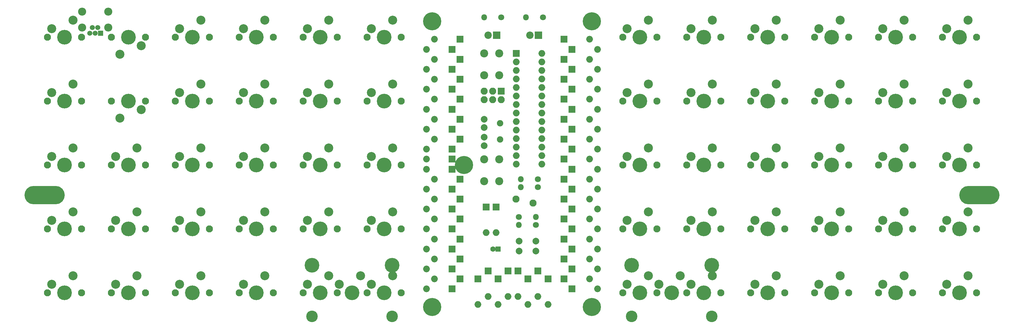
<source format=gbr>
G04 #@! TF.GenerationSoftware,KiCad,Pcbnew,(5.1.4-0-10_14)*
G04 #@! TF.CreationDate,2020-10-23T19:22:43+02:00*
G04 #@! TF.ProjectId,lumberjack,6c756d62-6572-46a6-9163-6b2e6b696361,rev?*
G04 #@! TF.SameCoordinates,Original*
G04 #@! TF.FileFunction,Soldermask,Top*
G04 #@! TF.FilePolarity,Negative*
%FSLAX46Y46*%
G04 Gerber Fmt 4.6, Leading zero omitted, Abs format (unit mm)*
G04 Created by KiCad (PCBNEW (5.1.4-0-10_14)) date 2020-10-23 19:22:43*
%MOMM*%
%LPD*%
G04 APERTURE LIST*
%ADD10C,5.400000*%
%ADD11C,2.101800*%
%ADD12C,4.387800*%
%ADD13C,2.686000*%
%ADD14R,2.000000X2.000000*%
%ADD15O,2.000000X2.000000*%
%ADD16O,12.000000X5.400000*%
%ADD17R,1.600000X1.600000*%
%ADD18C,1.600000*%
%ADD19C,2.000000*%
%ADD20C,2.110000*%
%ADD21R,1.500000X1.500000*%
%ADD22C,1.500000*%
%ADD23O,2.400000X2.400000*%
%ADD24R,2.100000X2.100000*%
%ADD25O,2.100000X2.100000*%
%ADD26R,2.200000X2.200000*%
%ADD27C,2.200000*%
%ADD28O,1.800000X1.800000*%
%ADD29C,1.800000*%
%ADD30C,2.400000*%
%ADD31C,1.900000*%
%ADD32C,3.448000*%
G04 APERTURE END LIST*
D10*
X138112616Y-102393836D03*
D11*
X290830240Y-83343820D03*
X280670240Y-83343820D03*
D12*
X285750240Y-83343820D03*
D13*
X281940240Y-80803820D03*
X288290240Y-78263820D03*
D14*
X167878266Y-118467287D03*
D15*
X175498266Y-118467287D03*
D14*
X170259518Y-67865682D03*
D15*
X177879518Y-67865682D03*
X126920738Y-73818812D03*
D14*
X134540738Y-73818812D03*
D11*
X233680192Y-121443852D03*
X223520192Y-121443852D03*
D12*
X228600192Y-121443852D03*
D13*
X224790192Y-118903852D03*
X231140192Y-116363852D03*
D11*
X252730208Y-83343820D03*
X242570208Y-83343820D03*
D12*
X247650208Y-83343820D03*
D13*
X243840208Y-80803820D03*
X250190208Y-78263820D03*
D11*
X252730208Y-64293804D03*
X242570208Y-64293804D03*
D12*
X247650208Y-64293804D03*
D13*
X243840208Y-61753804D03*
X250190208Y-59213804D03*
D11*
X271780224Y-83343820D03*
X261620224Y-83343820D03*
D12*
X266700224Y-83343820D03*
D13*
X262890224Y-80803820D03*
X269240224Y-78263820D03*
D11*
X252730208Y-102393836D03*
X242570208Y-102393836D03*
D12*
X247650208Y-102393836D03*
D13*
X243840208Y-99853836D03*
X250190208Y-97313836D03*
D11*
X119380096Y-102393836D03*
X109220096Y-102393836D03*
D12*
X114300096Y-102393836D03*
D13*
X110490096Y-99853836D03*
X116840096Y-97313836D03*
D11*
X290830240Y-102393836D03*
X280670240Y-102393836D03*
D12*
X285750240Y-102393836D03*
D13*
X281940240Y-99853836D03*
X288290240Y-97313836D03*
D11*
X271780224Y-102393836D03*
X261620224Y-102393836D03*
D12*
X266700224Y-102393836D03*
D13*
X262890224Y-99853836D03*
X269240224Y-97313836D03*
D11*
X290830240Y-121443852D03*
X280670240Y-121443852D03*
D12*
X285750240Y-121443852D03*
D13*
X281940240Y-118903852D03*
X288290240Y-116363852D03*
D11*
X271780224Y-121443852D03*
X261620224Y-121443852D03*
D12*
X266700224Y-121443852D03*
D13*
X262890224Y-118903852D03*
X269240224Y-116363852D03*
D11*
X233680192Y-102393836D03*
X223520192Y-102393836D03*
D12*
X228600192Y-102393836D03*
D13*
X224790192Y-99853836D03*
X231140192Y-97313836D03*
D11*
X214630176Y-102393836D03*
X204470176Y-102393836D03*
D12*
X209550176Y-102393836D03*
D13*
X205740176Y-99853836D03*
X212090176Y-97313836D03*
D11*
X290830240Y-140493868D03*
X280670240Y-140493868D03*
D12*
X285750240Y-140493868D03*
D13*
X281940240Y-137953868D03*
X288290240Y-135413868D03*
D11*
X252730208Y-121443852D03*
X242570208Y-121443852D03*
D12*
X247650208Y-121443852D03*
D13*
X243840208Y-118903852D03*
X250190208Y-116363852D03*
D11*
X214630176Y-121443852D03*
X204470176Y-121443852D03*
D12*
X209550176Y-121443852D03*
D13*
X205740176Y-118903852D03*
X212090176Y-116363852D03*
D11*
X271780224Y-140493868D03*
X261620224Y-140493868D03*
D12*
X266700224Y-140493868D03*
D13*
X262890224Y-137953868D03*
X269240224Y-135413868D03*
D11*
X252730208Y-140493868D03*
X242570208Y-140493868D03*
D12*
X247650208Y-140493868D03*
D13*
X243840208Y-137953868D03*
X250190208Y-135413868D03*
D11*
X233680192Y-140493868D03*
X223520192Y-140493868D03*
D12*
X228600192Y-140493868D03*
D13*
X224790192Y-137953868D03*
X231140192Y-135413868D03*
X212090176Y-135413868D03*
X205740176Y-137953868D03*
D12*
X209550176Y-140493868D03*
D11*
X204470176Y-140493868D03*
X214630176Y-140493868D03*
X119380096Y-64293804D03*
X109220096Y-64293804D03*
D12*
X114300096Y-64293804D03*
D13*
X110490096Y-61753804D03*
X116840096Y-59213804D03*
D11*
X119380096Y-83343820D03*
X109220096Y-83343820D03*
D12*
X114300096Y-83343820D03*
D13*
X110490096Y-80803820D03*
X116840096Y-78263820D03*
D11*
X81280064Y-83343820D03*
X71120064Y-83343820D03*
D12*
X76200064Y-83343820D03*
D13*
X72390064Y-80803820D03*
X78740064Y-78263820D03*
D11*
X100330080Y-140493868D03*
X90170080Y-140493868D03*
D12*
X95250080Y-140493868D03*
D13*
X91440080Y-137953868D03*
X97790080Y-135413868D03*
D11*
X62230048Y-140493868D03*
X52070048Y-140493868D03*
D12*
X57150048Y-140493868D03*
D13*
X53340048Y-137953868D03*
X59690048Y-135413868D03*
D11*
X24130016Y-83343820D03*
X13970016Y-83343820D03*
D12*
X19050016Y-83343820D03*
D13*
X15240016Y-80803820D03*
X21590016Y-78263820D03*
D16*
X13096886Y-111323531D03*
X291703370Y-111323531D03*
D10*
X128587608Y-59531300D03*
X176212648Y-59531300D03*
X128587608Y-144661059D03*
X176212648Y-144661059D03*
D11*
X24129968Y-64293750D03*
X13969968Y-64293750D03*
D12*
X19049968Y-64293750D03*
D13*
X15239968Y-61753750D03*
X21589968Y-59213750D03*
D11*
X33020032Y-64293804D03*
X43180032Y-64293804D03*
D12*
X38100032Y-64293804D03*
D13*
X41910032Y-66833804D03*
X35560032Y-69373804D03*
D11*
X62230048Y-64293804D03*
X52070048Y-64293804D03*
D12*
X57150048Y-64293804D03*
D13*
X53340048Y-61753804D03*
X59690048Y-59213804D03*
D11*
X81280064Y-64293804D03*
X71120064Y-64293804D03*
D12*
X76200064Y-64293804D03*
D13*
X72390064Y-61753804D03*
X78740064Y-59213804D03*
D11*
X100330080Y-64293804D03*
X90170080Y-64293804D03*
D12*
X95250080Y-64293804D03*
D13*
X91440080Y-61753804D03*
X97790080Y-59213804D03*
D11*
X290830240Y-64293804D03*
X280670240Y-64293804D03*
D12*
X285750240Y-64293804D03*
D13*
X281940240Y-61753804D03*
X288290240Y-59213804D03*
D11*
X271780224Y-64293804D03*
X261620224Y-64293804D03*
D12*
X266700224Y-64293804D03*
D13*
X262890224Y-61753804D03*
X269240224Y-59213804D03*
D11*
X233680192Y-64293804D03*
X223520192Y-64293804D03*
D12*
X228600192Y-64293804D03*
D13*
X224790192Y-61753804D03*
X231140192Y-59213804D03*
D11*
X33020032Y-83343820D03*
X43180032Y-83343820D03*
D12*
X38100032Y-83343820D03*
D13*
X41910032Y-85883820D03*
X35560032Y-88423820D03*
D11*
X62230048Y-83343820D03*
X52070048Y-83343820D03*
D12*
X57150048Y-83343820D03*
D13*
X53340048Y-80803820D03*
X59690048Y-78263820D03*
D11*
X233680192Y-83343820D03*
X223520192Y-83343820D03*
D12*
X228600192Y-83343820D03*
D13*
X224790192Y-80803820D03*
X231140192Y-78263820D03*
D11*
X24130016Y-102393836D03*
X13970016Y-102393836D03*
D12*
X19050016Y-102393836D03*
D13*
X15240016Y-99853836D03*
X21590016Y-97313836D03*
D11*
X43180032Y-102393836D03*
X33020032Y-102393836D03*
D12*
X38100032Y-102393836D03*
D13*
X34290032Y-99853836D03*
X40640032Y-97313836D03*
D11*
X62230048Y-102393836D03*
X52070048Y-102393836D03*
D12*
X57150048Y-102393836D03*
D13*
X53340048Y-99853836D03*
X59690048Y-97313836D03*
D11*
X100330080Y-83343820D03*
X90170080Y-83343820D03*
D12*
X95250080Y-83343820D03*
D13*
X91440080Y-80803820D03*
X97790080Y-78263820D03*
D11*
X214630176Y-83343820D03*
X204470176Y-83343820D03*
D12*
X209550176Y-83343820D03*
D13*
X205740176Y-80803820D03*
X212090176Y-78263820D03*
D11*
X24130016Y-121443852D03*
X13970016Y-121443852D03*
D12*
X19050016Y-121443852D03*
D13*
X15240016Y-118903852D03*
X21590016Y-116363852D03*
D11*
X43180032Y-121443852D03*
X33020032Y-121443852D03*
D12*
X38100032Y-121443852D03*
D13*
X34290032Y-118903852D03*
X40640032Y-116363852D03*
D11*
X81280064Y-102393836D03*
X71120064Y-102393836D03*
D12*
X76200064Y-102393836D03*
D13*
X72390064Y-99853836D03*
X78740064Y-97313836D03*
D11*
X100330080Y-102393836D03*
X90170080Y-102393836D03*
D12*
X95250080Y-102393836D03*
D13*
X91440080Y-99853836D03*
X97790080Y-97313836D03*
D11*
X24130016Y-140493868D03*
X13970016Y-140493868D03*
D12*
X19050016Y-140493868D03*
D13*
X15240016Y-137953868D03*
X21590016Y-135413868D03*
D11*
X62230048Y-121443852D03*
X52070048Y-121443852D03*
D12*
X57150048Y-121443852D03*
D13*
X53340048Y-118903852D03*
X59690048Y-116363852D03*
D11*
X81280064Y-121443852D03*
X71120064Y-121443852D03*
D12*
X76200064Y-121443852D03*
D13*
X72390064Y-118903852D03*
X78740064Y-116363852D03*
D11*
X100330080Y-121443852D03*
X90170080Y-121443852D03*
D12*
X95250080Y-121443852D03*
D13*
X91440080Y-118903852D03*
X97790080Y-116363852D03*
D11*
X43180032Y-140493868D03*
X33020032Y-140493868D03*
D12*
X38100032Y-140493868D03*
D13*
X34290032Y-137953868D03*
X40640032Y-135413868D03*
D11*
X81280064Y-140493868D03*
X71120064Y-140493868D03*
D12*
X76200064Y-140493868D03*
D13*
X72390064Y-137953868D03*
X78740064Y-135413868D03*
D17*
X148232937Y-127396982D03*
D18*
X146732937Y-127396982D03*
D19*
X154543884Y-125015730D03*
X159543884Y-125015730D03*
X159543884Y-127992295D03*
X154543884Y-127992295D03*
X144065746Y-96559454D03*
X144065746Y-94059454D03*
X144065746Y-88701637D03*
X144065746Y-91201637D03*
D20*
X153590754Y-112514157D03*
X158690754Y-113714157D03*
D21*
X29765650Y-63103178D03*
D22*
X28965650Y-61353178D03*
X28165650Y-63103178D03*
X27365650Y-61353178D03*
X26565650Y-63103178D03*
D23*
X32065650Y-61353178D03*
X32065650Y-56653178D03*
X24265650Y-56653178D03*
X24265650Y-61353178D03*
D24*
X149145746Y-80367255D03*
D25*
X149145746Y-82907255D03*
X146605746Y-80367255D03*
X146605746Y-82907255D03*
X144065746Y-80367255D03*
X144065746Y-82907255D03*
D26*
X160297945Y-63698491D03*
D27*
X157757945Y-63698491D03*
D28*
X159543884Y-117871974D03*
D29*
X154463884Y-117871974D03*
X160139197Y-108942279D03*
D28*
X155059197Y-108942279D03*
D29*
X160139197Y-106561027D03*
D28*
X155059197Y-106561027D03*
X154463884Y-120253226D03*
D29*
X159543884Y-120253226D03*
X161647319Y-58340674D03*
D28*
X156567319Y-58340674D03*
D30*
X148565746Y-75604751D03*
X144065746Y-75604751D03*
X148565746Y-69104751D03*
X144065746Y-69104751D03*
X144065746Y-100656340D03*
X148565746Y-100656340D03*
X144065746Y-107156340D03*
X148565746Y-107156340D03*
D31*
X148828250Y-89892263D03*
X148828250Y-94772263D03*
D14*
X153709823Y-69056308D03*
D15*
X161329823Y-102076308D03*
X153709823Y-71596308D03*
X161329823Y-99536308D03*
X153709823Y-74136308D03*
X161329823Y-96996308D03*
X153709823Y-76676308D03*
X161329823Y-94456308D03*
X153709823Y-79216308D03*
X161329823Y-91916308D03*
X153709823Y-81756308D03*
X161329823Y-89376308D03*
X153709823Y-84296308D03*
X161329823Y-86836308D03*
X153709823Y-86836308D03*
X161329823Y-84296308D03*
X153709823Y-89376308D03*
X161329823Y-81756308D03*
X153709823Y-91916308D03*
X161329823Y-79216308D03*
X153709823Y-94456308D03*
X161329823Y-76676308D03*
X153709823Y-96996308D03*
X161329823Y-74136308D03*
X153709823Y-99536308D03*
X161329823Y-71596308D03*
X153709823Y-102076308D03*
X161329823Y-69056308D03*
D14*
X147637624Y-114895409D03*
D15*
X147637624Y-122515409D03*
X144661059Y-122515409D03*
D14*
X144661059Y-114895409D03*
X136921990Y-64889117D03*
D15*
X129301990Y-64889117D03*
D14*
X134540738Y-67865682D03*
D15*
X126920738Y-67865682D03*
X129301990Y-70842247D03*
D14*
X136921990Y-70842247D03*
X136921990Y-76795377D03*
D15*
X129301990Y-76795377D03*
D14*
X167878266Y-64889117D03*
D15*
X175498266Y-64889117D03*
X175498266Y-70842247D03*
D14*
X167878266Y-70842247D03*
X170259518Y-73818812D03*
D15*
X177879518Y-73818812D03*
D14*
X136921990Y-82748507D03*
D15*
X129301990Y-82748507D03*
D14*
X134540738Y-85725072D03*
D15*
X126920738Y-85725072D03*
X129301990Y-88701637D03*
D14*
X136921990Y-88701637D03*
D15*
X126920738Y-91678202D03*
D14*
X134540738Y-91678202D03*
X134540738Y-79771942D03*
D15*
X126920738Y-79771942D03*
X175498266Y-82748507D03*
D14*
X167878266Y-82748507D03*
X170259518Y-85725072D03*
D15*
X177879518Y-85725072D03*
D14*
X167878266Y-88701637D03*
D15*
X175498266Y-88701637D03*
D14*
X170259518Y-91678202D03*
D15*
X177879518Y-91678202D03*
X126920738Y-100607897D03*
D14*
X134540738Y-100607897D03*
D15*
X126920738Y-103584462D03*
D14*
X134540738Y-103584462D03*
D15*
X129301990Y-106561027D03*
D14*
X136921990Y-106561027D03*
X136921990Y-94654767D03*
D15*
X129301990Y-94654767D03*
D14*
X134540738Y-97631332D03*
D15*
X126920738Y-97631332D03*
D14*
X167878266Y-100607897D03*
D15*
X175498266Y-100607897D03*
D14*
X170259518Y-103584462D03*
D15*
X177879518Y-103584462D03*
D14*
X167878266Y-106561027D03*
D15*
X175498266Y-106561027D03*
D14*
X167878266Y-94654767D03*
D15*
X175498266Y-94654767D03*
D14*
X136921990Y-118467287D03*
D15*
X129301990Y-118467287D03*
X126920738Y-121443852D03*
D14*
X134540738Y-121443852D03*
D15*
X126920738Y-109537592D03*
D14*
X134540738Y-109537592D03*
X136921990Y-112514157D03*
D15*
X129301990Y-112514157D03*
D14*
X134540738Y-115490722D03*
D15*
X126920738Y-115490722D03*
D14*
X170259518Y-121443852D03*
D15*
X177879518Y-121443852D03*
D14*
X170259518Y-109537592D03*
D15*
X177879518Y-109537592D03*
D14*
X167878266Y-112514157D03*
D15*
X175498266Y-112514157D03*
X129301990Y-136326677D03*
D14*
X136921990Y-136326677D03*
D15*
X129301990Y-124420417D03*
D14*
X136921990Y-124420417D03*
D15*
X126920738Y-127396982D03*
D14*
X134540738Y-127396982D03*
D15*
X129301990Y-130373547D03*
D14*
X136921990Y-130373547D03*
D15*
X175498266Y-136326677D03*
D14*
X167878266Y-136326677D03*
D15*
X175498266Y-124420417D03*
D14*
X167878266Y-124420417D03*
D15*
X177879518Y-127396982D03*
D14*
X170259518Y-127396982D03*
D15*
X175498266Y-130373547D03*
D14*
X167878266Y-130373547D03*
X134540738Y-139303242D03*
D15*
X126920738Y-139303242D03*
D14*
X142279807Y-136326677D03*
D15*
X142279807Y-143946677D03*
D14*
X145256372Y-133945425D03*
D15*
X145256372Y-141565425D03*
D14*
X148232937Y-136326677D03*
D15*
X148232937Y-143946677D03*
D14*
X170259518Y-139303242D03*
D15*
X177879518Y-139303242D03*
D14*
X163115762Y-136326677D03*
D15*
X163115762Y-143946677D03*
D14*
X160139197Y-133945425D03*
D15*
X160139197Y-141565425D03*
D14*
X157162632Y-136326677D03*
D15*
X157162632Y-143946677D03*
D26*
X147796372Y-63698491D03*
D27*
X145256372Y-63698491D03*
D29*
X149145746Y-58340674D03*
D28*
X144065746Y-58340674D03*
D15*
X126920738Y-133350112D03*
D14*
X134540738Y-133350112D03*
X151209502Y-133945425D03*
D15*
X151209502Y-141565425D03*
X175498266Y-76795377D03*
D14*
X167878266Y-76795377D03*
X170259518Y-79771942D03*
D15*
X177879518Y-79771942D03*
X177879518Y-97631332D03*
D14*
X170259518Y-97631332D03*
X170259518Y-115490722D03*
D15*
X177879518Y-115490722D03*
X177879518Y-133350112D03*
D14*
X170259518Y-133350112D03*
X154186067Y-133945425D03*
D15*
X154186067Y-141565425D03*
D11*
X119380096Y-121443852D03*
X109220096Y-121443852D03*
D12*
X114300096Y-121443852D03*
D13*
X110490096Y-118903852D03*
X116840096Y-116363852D03*
X116840096Y-135413868D03*
X110490096Y-137953868D03*
D12*
X114300096Y-140493868D03*
D11*
X109220096Y-140493868D03*
X119380096Y-140493868D03*
X214630176Y-64293804D03*
X204470176Y-64293804D03*
D12*
X209550176Y-64293804D03*
D13*
X205740176Y-61753804D03*
X212090176Y-59213804D03*
X193040160Y-59213804D03*
X186690160Y-61753804D03*
D12*
X190500160Y-64293804D03*
D11*
X185420160Y-64293804D03*
X195580160Y-64293804D03*
X195580160Y-83343820D03*
X185420160Y-83343820D03*
D12*
X190500160Y-83343820D03*
D13*
X186690160Y-80803820D03*
X193040160Y-78263820D03*
D11*
X195580160Y-102393836D03*
X185420160Y-102393836D03*
D12*
X190500160Y-102393836D03*
D13*
X186690160Y-99853836D03*
X193040160Y-97313836D03*
X193040160Y-116363852D03*
X186690160Y-118903852D03*
D12*
X190500160Y-121443852D03*
D11*
X185420160Y-121443852D03*
X195580160Y-121443852D03*
D13*
X193040160Y-135413868D03*
X186690160Y-137953868D03*
D12*
X190500160Y-140493868D03*
D11*
X185420160Y-140493868D03*
X195580160Y-140493868D03*
D13*
X107315088Y-135413868D03*
X100965088Y-137953868D03*
D12*
X104775088Y-140493868D03*
D32*
X92837088Y-147478868D03*
X116713088Y-147478868D03*
D12*
X92837088Y-132238868D03*
X116713088Y-132238868D03*
X211963168Y-132238868D03*
X188087168Y-132238868D03*
D32*
X211963168Y-147478868D03*
X188087168Y-147478868D03*
D12*
X200025168Y-140493868D03*
D13*
X196215168Y-137953868D03*
X202565168Y-135413868D03*
M02*

</source>
